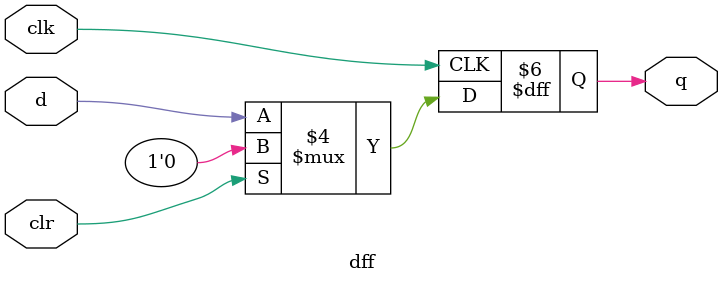
<source format=v>
module IIR(x,clk3,rst,y);
  input [7:0]x;
  input clk3,rst;
  output [15:0]y;
  wire [15:0]w1,w2,w3,w4,w5,w8,w9,w10;
  wire [7:0]w6,w7;
  parameter b0=8'b00000010;
  parameter b1=8'b00000100;
  parameter b2=8'b00001000;
  assign w1=b0*x;
  pipo i6(x,clk3,rst,w6);
  assign w2=w6*b1;
  pipo i7(w6,clk3,rst,w7);
  assign w3=w7*b2;
  assign w4=w1+w2+w3;
  pipo i8(w4,clk3,rst,w5);
  assign w8=w5>>1;
  pipo i9(w5,clk3,rst,w9);
  assign w10=w9>>2;
  assign y=w4-w8-w10;
endmodule
module pipo(D,clk1,rst,Q);
  input [15:0]D,clk1,rst;
  output [15:0]Q;
  dff i1(clk1,D[0],rst,Q[0]);
  dff i2(clk1,D[1],rst,Q[1]);
  dff i3(clk1,D[2],rst,Q[2]);
  dff i4(clk1,D[3],rst,Q[3]);
  dff i5(clk1,D[4],rst,Q[4]);
  dff i6(clk1,D[5],rst,Q[5]);
  dff i7(clk1,D[6],rst,Q[6]);
  dff i8(clk1,D[7],rst,Q[7]);
  dff i9(clk1,D[8],rst,Q[8]);
  dff i10(clk1,D[9],rst,Q[9]);
  dff i11(clk1,D[10],rst,Q[10]);
  dff i12(clk1,D[11],rst,Q[11]);
  dff i13(clk1,D[12],rst,Q[12]);
  dff i14(clk1,D[13],rst,Q[13]);
  dff i15(clk1,D[14],rst,Q[14]);
  dff i16(clk1,D[15],rst,Q[15]);
endmodule

module dff(clk,d,clr,q);
  input d,clk,clr;
  output q;
  reg q;
  always@(posedge clk)
  begin
    if(clr==1)
      q=0;
    else
      q=d;
    end 
  endmodule

</source>
